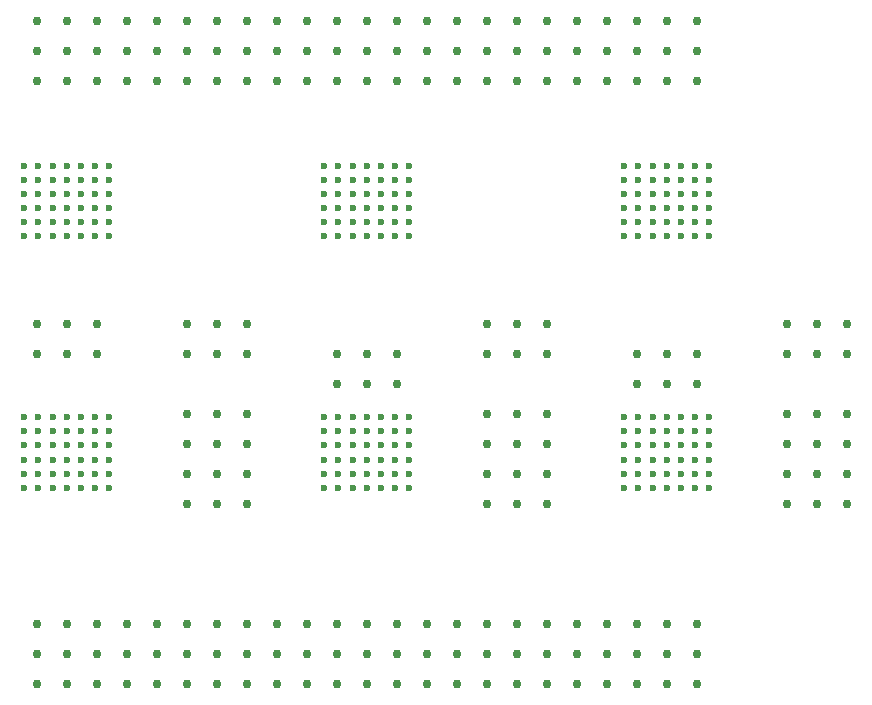
<source format=gbr>
%TF.GenerationSoftware,KiCad,Pcbnew,(7.0.0-0)*%
%TF.CreationDate,2023-06-28T09:11:26-07:00*%
%TF.ProjectId,Power Stage,506f7765-7220-4537-9461-67652e6b6963,rev?*%
%TF.SameCoordinates,Original*%
%TF.FileFunction,Copper,L4,Inr*%
%TF.FilePolarity,Positive*%
%FSLAX46Y46*%
G04 Gerber Fmt 4.6, Leading zero omitted, Abs format (unit mm)*
G04 Created by KiCad (PCBNEW (7.0.0-0)) date 2023-06-28 09:11:26*
%MOMM*%
%LPD*%
G01*
G04 APERTURE LIST*
%TA.AperFunction,ComponentPad*%
%ADD10C,0.600000*%
%TD*%
%TA.AperFunction,ViaPad*%
%ADD11C,0.762000*%
%TD*%
G04 APERTURE END LIST*
D10*
%TO.N,Net-(Q5-S)*%
%TO.C,Q6*%
X229800000Y-106960000D03*
X225000000Y-108160000D03*
X226200000Y-108160000D03*
X229800000Y-109360000D03*
X228600000Y-111760000D03*
X226200000Y-111760000D03*
X231000000Y-108160000D03*
X225000000Y-110560000D03*
X227400000Y-110560000D03*
X228600000Y-106960000D03*
X226200000Y-109360000D03*
X232200000Y-108160000D03*
X231000000Y-112960000D03*
X226200000Y-106960000D03*
X229800000Y-112960000D03*
X226200000Y-112960000D03*
X231000000Y-110560000D03*
X229800000Y-110560000D03*
X231000000Y-106960000D03*
X231000000Y-109360000D03*
X232200000Y-110560000D03*
X229800000Y-108160000D03*
X228600000Y-112960000D03*
X227400000Y-106960000D03*
X225000000Y-112960000D03*
X229800000Y-111760000D03*
X225000000Y-109360000D03*
X231000000Y-111760000D03*
X232200000Y-106960000D03*
X226200000Y-110560000D03*
X227400000Y-109360000D03*
X225000000Y-106960000D03*
X227400000Y-112960000D03*
X228600000Y-108160000D03*
X227400000Y-108160000D03*
X232200000Y-111760000D03*
X227400000Y-111760000D03*
X228600000Y-110560000D03*
X232200000Y-112960000D03*
X228600000Y-109360000D03*
X225000000Y-111760000D03*
X232200000Y-109360000D03*
%TD*%
%TO.N,VS*%
%TO.C,Q5*%
X229800000Y-85668000D03*
X225000000Y-86868000D03*
X226200000Y-86868000D03*
X229800000Y-88068000D03*
X228600000Y-90468000D03*
X226200000Y-90468000D03*
X231000000Y-86868000D03*
X225000000Y-89268000D03*
X227400000Y-89268000D03*
X228600000Y-85668000D03*
X226200000Y-88068000D03*
X232200000Y-86868000D03*
X231000000Y-91668000D03*
X226200000Y-85668000D03*
X229800000Y-91668000D03*
X226200000Y-91668000D03*
X231000000Y-89268000D03*
X229800000Y-89268000D03*
X231000000Y-85668000D03*
X231000000Y-88068000D03*
X232200000Y-89268000D03*
X229800000Y-86868000D03*
X228600000Y-91668000D03*
X227400000Y-85668000D03*
X225000000Y-91668000D03*
X229800000Y-90468000D03*
X225000000Y-88068000D03*
X231000000Y-90468000D03*
X232200000Y-85668000D03*
X226200000Y-89268000D03*
X227400000Y-88068000D03*
X225000000Y-85668000D03*
X227400000Y-91668000D03*
X228600000Y-86868000D03*
X227400000Y-86868000D03*
X232200000Y-90468000D03*
X227400000Y-90468000D03*
X228600000Y-89268000D03*
X232200000Y-91668000D03*
X228600000Y-88068000D03*
X225000000Y-90468000D03*
X232200000Y-88068000D03*
%TD*%
%TO.N,Net-(Q3-S)*%
%TO.C,Q4*%
X204400000Y-106960000D03*
X199600000Y-108160000D03*
X200800000Y-108160000D03*
X204400000Y-109360000D03*
X203200000Y-111760000D03*
X200800000Y-111760000D03*
X205600000Y-108160000D03*
X199600000Y-110560000D03*
X202000000Y-110560000D03*
X203200000Y-106960000D03*
X200800000Y-109360000D03*
X206800000Y-108160000D03*
X205600000Y-112960000D03*
X200800000Y-106960000D03*
X204400000Y-112960000D03*
X200800000Y-112960000D03*
X205600000Y-110560000D03*
X204400000Y-110560000D03*
X205600000Y-106960000D03*
X205600000Y-109360000D03*
X206800000Y-110560000D03*
X204400000Y-108160000D03*
X203200000Y-112960000D03*
X202000000Y-106960000D03*
X199600000Y-112960000D03*
X204400000Y-111760000D03*
X199600000Y-109360000D03*
X205600000Y-111760000D03*
X206800000Y-106960000D03*
X200800000Y-110560000D03*
X202000000Y-109360000D03*
X199600000Y-106960000D03*
X202000000Y-112960000D03*
X203200000Y-108160000D03*
X202000000Y-108160000D03*
X206800000Y-111760000D03*
X202000000Y-111760000D03*
X203200000Y-110560000D03*
X206800000Y-112960000D03*
X203200000Y-109360000D03*
X199600000Y-111760000D03*
X206800000Y-109360000D03*
%TD*%
%TO.N,VS*%
%TO.C,Q3*%
X204400000Y-85668000D03*
X199600000Y-86868000D03*
X200800000Y-86868000D03*
X204400000Y-88068000D03*
X203200000Y-90468000D03*
X200800000Y-90468000D03*
X205600000Y-86868000D03*
X199600000Y-89268000D03*
X202000000Y-89268000D03*
X203200000Y-85668000D03*
X200800000Y-88068000D03*
X206800000Y-86868000D03*
X205600000Y-91668000D03*
X200800000Y-85668000D03*
X204400000Y-91668000D03*
X200800000Y-91668000D03*
X205600000Y-89268000D03*
X204400000Y-89268000D03*
X205600000Y-85668000D03*
X205600000Y-88068000D03*
X206800000Y-89268000D03*
X204400000Y-86868000D03*
X203200000Y-91668000D03*
X202000000Y-85668000D03*
X199600000Y-91668000D03*
X204400000Y-90468000D03*
X199600000Y-88068000D03*
X205600000Y-90468000D03*
X206800000Y-85668000D03*
X200800000Y-89268000D03*
X202000000Y-88068000D03*
X199600000Y-85668000D03*
X202000000Y-91668000D03*
X203200000Y-86868000D03*
X202000000Y-86868000D03*
X206800000Y-90468000D03*
X202000000Y-90468000D03*
X203200000Y-89268000D03*
X206800000Y-91668000D03*
X203200000Y-88068000D03*
X199600000Y-90468000D03*
X206800000Y-88068000D03*
%TD*%
%TO.N,Net-(Q1-S)*%
%TO.C,Q2*%
X179000000Y-106960000D03*
X174200000Y-108160000D03*
X175400000Y-108160000D03*
X179000000Y-109360000D03*
X177800000Y-111760000D03*
X175400000Y-111760000D03*
X180200000Y-108160000D03*
X174200000Y-110560000D03*
X176600000Y-110560000D03*
X177800000Y-106960000D03*
X175400000Y-109360000D03*
X181400000Y-108160000D03*
X180200000Y-112960000D03*
X175400000Y-106960000D03*
X179000000Y-112960000D03*
X175400000Y-112960000D03*
X180200000Y-110560000D03*
X179000000Y-110560000D03*
X180200000Y-106960000D03*
X180200000Y-109360000D03*
X181400000Y-110560000D03*
X179000000Y-108160000D03*
X177800000Y-112960000D03*
X176600000Y-106960000D03*
X174200000Y-112960000D03*
X179000000Y-111760000D03*
X174200000Y-109360000D03*
X180200000Y-111760000D03*
X181400000Y-106960000D03*
X175400000Y-110560000D03*
X176600000Y-109360000D03*
X174200000Y-106960000D03*
X176600000Y-112960000D03*
X177800000Y-108160000D03*
X176600000Y-108160000D03*
X181400000Y-111760000D03*
X176600000Y-111760000D03*
X177800000Y-110560000D03*
X181400000Y-112960000D03*
X177800000Y-109360000D03*
X174200000Y-111760000D03*
X181400000Y-109360000D03*
%TD*%
%TO.N,VS*%
%TO.C,Q1*%
X179000000Y-85668000D03*
X174200000Y-86868000D03*
X175400000Y-86868000D03*
X179000000Y-88068000D03*
X177800000Y-90468000D03*
X175400000Y-90468000D03*
X180200000Y-86868000D03*
X174200000Y-89268000D03*
X176600000Y-89268000D03*
X177800000Y-85668000D03*
X175400000Y-88068000D03*
X181400000Y-86868000D03*
X180200000Y-91668000D03*
X175400000Y-85668000D03*
X179000000Y-91668000D03*
X175400000Y-91668000D03*
X180200000Y-89268000D03*
X179000000Y-89268000D03*
X180200000Y-85668000D03*
X180200000Y-88068000D03*
X181400000Y-89268000D03*
X179000000Y-86868000D03*
X177800000Y-91668000D03*
X176600000Y-85668000D03*
X174200000Y-91668000D03*
X179000000Y-90468000D03*
X174200000Y-88068000D03*
X180200000Y-90468000D03*
X181400000Y-85668000D03*
X175400000Y-89268000D03*
X176600000Y-88068000D03*
X174200000Y-85668000D03*
X176600000Y-91668000D03*
X177800000Y-86868000D03*
X176600000Y-86868000D03*
X181400000Y-90468000D03*
X176600000Y-90468000D03*
X177800000Y-89268000D03*
X181400000Y-91668000D03*
X177800000Y-88068000D03*
X174200000Y-90468000D03*
X181400000Y-88068000D03*
%TD*%
D11*
%TO.N,Net-(Q1-S)*%
X177800000Y-99060000D03*
X180340000Y-101600000D03*
X177800000Y-101600000D03*
X175260000Y-99060000D03*
X180340000Y-99060000D03*
X175260000Y-101600000D03*
%TO.N,Net-(Q3-S)*%
X203200000Y-104140000D03*
X205740000Y-104140000D03*
X205740000Y-101600000D03*
X200660000Y-104140000D03*
X200660000Y-101600000D03*
X203200000Y-101600000D03*
%TO.N,Net-(Q5-S)*%
X226060000Y-101600000D03*
X226060000Y-104140000D03*
X231140000Y-101600000D03*
X231140000Y-104140000D03*
X228600000Y-104140000D03*
X228600000Y-101600000D03*
%TO.N,/W_OUT*%
X238760000Y-99060000D03*
X238760000Y-101600000D03*
%TO.N,/V_OUT*%
X213360000Y-99060000D03*
X213360000Y-101600000D03*
%TO.N,/U_OUT*%
X187960000Y-99060000D03*
X187960000Y-101600000D03*
%TO.N,VS*%
X187960000Y-78486000D03*
X175260000Y-73406000D03*
X228600000Y-75946000D03*
X185420000Y-78486000D03*
X180340000Y-75946000D03*
X187960000Y-73406000D03*
X185420000Y-73406000D03*
X228600000Y-73406000D03*
X231140000Y-73406000D03*
X231140000Y-78486000D03*
X231140000Y-75946000D03*
X228600000Y-78486000D03*
X193040000Y-75946000D03*
X198120000Y-75946000D03*
X190500000Y-75946000D03*
X180340000Y-78486000D03*
X195580000Y-78486000D03*
X193040000Y-73406000D03*
X193040000Y-78486000D03*
X177800000Y-73406000D03*
X177800000Y-78486000D03*
X177800000Y-75946000D03*
X198120000Y-78486000D03*
X180340000Y-73406000D03*
X195580000Y-73406000D03*
X190500000Y-78486000D03*
X223520000Y-73406000D03*
X190500000Y-73406000D03*
X175260000Y-78486000D03*
X220980000Y-78486000D03*
X220980000Y-73406000D03*
X223520000Y-78486000D03*
X220980000Y-75946000D03*
X218440000Y-75946000D03*
X208280000Y-73406000D03*
X205740000Y-73406000D03*
X210820000Y-75946000D03*
X218440000Y-78486000D03*
X215900000Y-73406000D03*
X210820000Y-73406000D03*
X210820000Y-78486000D03*
X208280000Y-75946000D03*
X208280000Y-78486000D03*
X205740000Y-75946000D03*
X213360000Y-73406000D03*
X205740000Y-78486000D03*
X215900000Y-75946000D03*
X215900000Y-78486000D03*
X218440000Y-73406000D03*
X213360000Y-78486000D03*
X213360000Y-75946000D03*
X226060000Y-75946000D03*
X175260000Y-75946000D03*
X187960000Y-75946000D03*
X182880000Y-75946000D03*
X226060000Y-78486000D03*
X223520000Y-75946000D03*
X198120000Y-73406000D03*
X203200000Y-75946000D03*
X203200000Y-78486000D03*
X200660000Y-73406000D03*
X200660000Y-78486000D03*
X200660000Y-75946000D03*
X203200000Y-73406000D03*
X185420000Y-75946000D03*
X182880000Y-78486000D03*
X182880000Y-73406000D03*
X195580000Y-75946000D03*
X226060000Y-73406000D03*
%TO.N,GND*%
X228600000Y-124460000D03*
X231140000Y-124460000D03*
X231140000Y-129540000D03*
X231140000Y-127000000D03*
X228600000Y-129540000D03*
X228600000Y-127000000D03*
X220980000Y-124460000D03*
X226060000Y-127000000D03*
X226060000Y-129540000D03*
X223520000Y-124460000D03*
X223520000Y-129540000D03*
X223520000Y-127000000D03*
X226060000Y-124460000D03*
X220980000Y-129540000D03*
X220980000Y-127000000D03*
X213360000Y-124460000D03*
X218440000Y-127000000D03*
X218440000Y-129540000D03*
X215900000Y-124460000D03*
X215900000Y-129540000D03*
X215900000Y-127000000D03*
X218440000Y-124460000D03*
X213360000Y-129540000D03*
X213360000Y-127000000D03*
X205740000Y-124460000D03*
X210820000Y-127000000D03*
X210820000Y-129540000D03*
X208280000Y-124460000D03*
X208280000Y-129540000D03*
X208280000Y-127000000D03*
X210820000Y-124460000D03*
X205740000Y-129540000D03*
X205740000Y-127000000D03*
X198120000Y-124460000D03*
X203200000Y-127000000D03*
X203200000Y-129540000D03*
X200660000Y-124460000D03*
X200660000Y-129540000D03*
X200660000Y-127000000D03*
X203200000Y-124460000D03*
X198120000Y-129540000D03*
X198120000Y-127000000D03*
X190500000Y-124460000D03*
X195580000Y-127000000D03*
X195580000Y-129540000D03*
X193040000Y-124460000D03*
X193040000Y-129540000D03*
X193040000Y-127000000D03*
X195580000Y-124460000D03*
X190500000Y-129540000D03*
X190500000Y-127000000D03*
X182880000Y-124460000D03*
X187960000Y-127000000D03*
X187960000Y-129540000D03*
X185420000Y-124460000D03*
X185420000Y-129540000D03*
X185420000Y-127000000D03*
X187960000Y-124460000D03*
X182880000Y-129540000D03*
X182880000Y-127000000D03*
X180340000Y-124460000D03*
X180340000Y-129540000D03*
X180340000Y-127000000D03*
X177800000Y-124460000D03*
X177800000Y-129540000D03*
X177800000Y-127000000D03*
X175260000Y-124460000D03*
X175260000Y-127000000D03*
X175260000Y-129540000D03*
%TO.N,/W_OUT*%
X241300000Y-111760000D03*
X238760000Y-109220000D03*
X241300000Y-109220000D03*
X238760000Y-106680000D03*
X243840000Y-101600000D03*
X243840000Y-106680000D03*
X243840000Y-114300000D03*
X243840000Y-99060000D03*
X238760000Y-111760000D03*
X241300000Y-106680000D03*
X238760000Y-114300000D03*
X243840000Y-109220000D03*
X241300000Y-114300000D03*
X243840000Y-111760000D03*
X241300000Y-99060000D03*
X241300000Y-101600000D03*
%TO.N,/V_OUT*%
X215900000Y-99060000D03*
X213360000Y-109220000D03*
X218440000Y-101600000D03*
X215900000Y-101600000D03*
X215900000Y-114300000D03*
X218440000Y-106680000D03*
X213360000Y-106680000D03*
X218440000Y-111760000D03*
X218440000Y-114300000D03*
X218440000Y-99060000D03*
X215900000Y-111760000D03*
X215900000Y-109220000D03*
X215900000Y-106680000D03*
X213360000Y-114300000D03*
X213360000Y-111760000D03*
X218440000Y-109220000D03*
%TO.N,/U_OUT*%
X193040000Y-99060000D03*
X190500000Y-99060000D03*
X193040000Y-101600000D03*
X190500000Y-101600000D03*
X193040000Y-106680000D03*
X190500000Y-106680000D03*
X187960000Y-106680000D03*
X193040000Y-109220000D03*
X190500000Y-109220000D03*
X187960000Y-109220000D03*
X187960000Y-111760000D03*
X190500000Y-111760000D03*
X193040000Y-111760000D03*
X193040000Y-114300000D03*
X190500000Y-114300000D03*
X187960000Y-114300000D03*
%TD*%
M02*

</source>
